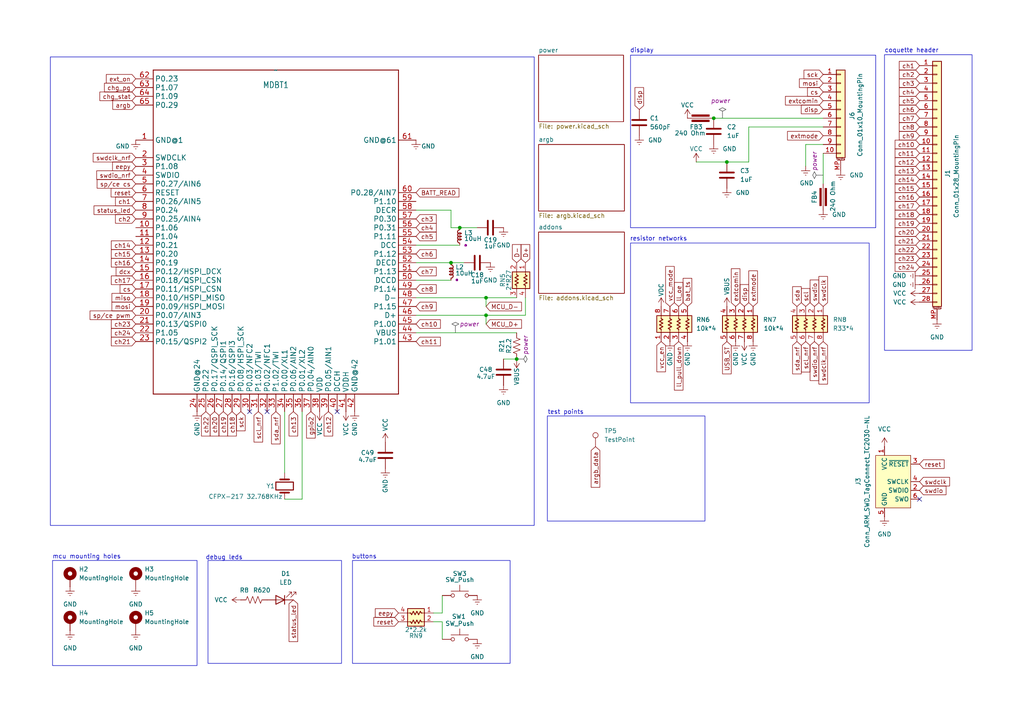
<source format=kicad_sch>
(kicad_sch (version 20250114) (generator "eeschema") (generator_version "9.0")
  (paper "A4")
  (title_block (title "coquette mcu board (mariposa)") (date "2025-02-02") (rev "2.0"))
  (lib_symbols
    (symbol "Connector:Conn_ARM_SWD_TagConnect_TC2030-NL" (in_bom no)
      (property "Reference" "J" (at 2.54 11.43 0))
      (property "Value" "Conn_ARM_SWD_TagConnect_TC2030-NL" (at 2.54 8.89 0))
      (symbol "Conn_ARM_SWD_TagConnect_TC2030-NL_0_0"
        (pin power_in line (at -2.54 10.16 270) (length 2.54) (name "VCC") (number "1"))
        (pin power_in line (at -2.54 -10.16 90) (length 2.54) (name "GND") (number "5"))
        (pin open_collector line (at 7.62 5.08 180) (length 2.54) (name "~{RESET}") (number "3"))
        (pin output line (at 7.62 0 180) (length 2.54) (name "SWCLK") (number "4"))
        (pin bidirectional line (at 7.62 -2.54 180) (length 2.54) (name "SWDIO") (number "2"))
        (pin input line (at 7.62 -5.08 180) (length 2.54) (name "SWO") (number "6"))
      )
    )
    (symbol "Connector:TestPoint" (pin_numbers (hide yes)) (pin_names (offset 0.762) (hide yes))
      (property "Reference" "TP" (at 0 6.858 0))
      (property "Value" "TestPoint" (at 0 5.08 0))
      (symbol "TestPoint_1_1"
        (pin passive line (at 0 0 90) (length 2.54) (name "1") (number "1"))
      )
    )
    (symbol "Connector_Generic_MountingPin:Conn_01x10_MountingPin" (pin_names (offset 1.016) (hide yes))
      (property "Reference" "J" (at 0 12.7 0))
      (property "Value" "Conn_01x10_MountingPin" (at 1.27 -15.24 0))
      (symbol "Conn_01x10_MountingPin_1_1"
        (text "Mounting" (at 0 -14.351 0) (effects (font (size 0.381 0.381))))
        (pin passive line (at -5.08 10.16 0) (length 3.81) (name "Pin_1") (number "1"))
        (pin passive line (at -5.08 7.62 0) (length 3.81) (name "Pin_2") (number "2"))
        (pin passive line (at -5.08 5.08 0) (length 3.81) (name "Pin_3") (number "3"))
        (pin passive line (at -5.08 2.54 0) (length 3.81) (name "Pin_4") (number "4"))
        (pin passive line (at -5.08 0 0) (length 3.81) (name "Pin_5") (number "5"))
        (pin passive line (at -5.08 -2.54 0) (length 3.81) (name "Pin_6") (number "6"))
        (pin passive line (at -5.08 -5.08 0) (length 3.81) (name "Pin_7") (number "7"))
        (pin passive line (at -5.08 -7.62 0) (length 3.81) (name "Pin_8") (number "8"))
        (pin passive line (at -5.08 -10.16 0) (length 3.81) (name "Pin_9") (number "9"))
        (pin passive line (at -5.08 -12.7 0) (length 3.81) (name "Pin_10") (number "10"))
        (pin passive line (at 0 -17.78 90) (length 3.048) (name "MountPin") (number "MP"))
      )
    )
    (symbol "Connector_Generic_MountingPin:Conn_01x28_MountingPin" (pin_names (offset 1.016) (hide yes))
      (property "Reference" "J" (at 0 35.56 0))
      (property "Value" "Conn_01x28_MountingPin" (at 1.27 -38.1 0))
      (symbol "Conn_01x28_MountingPin_1_1"
        (text "Mounting" (at 0 -37.211 0) (effects (font (size 0.381 0.381))))
        (pin passive line (at -5.08 33.02 0) (length 3.81) (name "Pin_1") (number "1"))
        (pin passive line (at -5.08 30.48 0) (length 3.81) (name "Pin_2") (number "2"))
        (pin passive line (at -5.08 27.94 0) (length 3.81) (name "Pin_3") (number "3"))
        (pin passive line (at -5.08 25.4 0) (length 3.81) (name "Pin_4") (number "4"))
        (pin passive line (at -5.08 22.86 0) (length 3.81) (name "Pin_5") (number "5"))
        (pin passive line (at -5.08 20.32 0) (length 3.81) (name "Pin_6") (number "6"))
        (pin passive line (at -5.08 17.78 0) (length 3.81) (name "Pin_7") (number "7"))
        (pin passive line (at -5.08 15.24 0) (length 3.81) (name "Pin_8") (number "8"))
        (pin passive line (at -5.08 12.7 0) (length 3.81) (name "Pin_9") (number "9"))
        (pin passive line (at -5.08 10.16 0) (length 3.81) (name "Pin_10") (number "10"))
        (pin passive line (at -5.08 7.62 0) (length 3.81) (name "Pin_11") (number "11"))
        (pin passive line (at -5.08 5.08 0) (length 3.81) (name "Pin_12") (number "12"))
        (pin passive line (at -5.08 2.54 0) (length 3.81) (name "Pin_13") (number "13"))
        (pin passive line (at -5.08 0 0) (length 3.81) (name "Pin_14") (number "14"))
        (pin passive line (at -5.08 -2.54 0) (length 3.81) (name "Pin_15") (number "15"))
        (pin passive line (at -5.08 -5.08 0) (length 3.81) (name "Pin_16") (number "16"))
        (pin passive line (at -5.08 -7.62 0) (length 3.81) (name "Pin_17") (number "17"))
        (pin passive line (at -5.08 -10.16 0) (length 3.81) (name "Pin_18") (number "18"))
        (pin passive line (at -5.08 -12.7 0) (length 3.81) (name "Pin_19") (number "19"))
        (pin passive line (at -5.08 -15.24 0) (length 3.81) (name "Pin_20") (number "20"))
        (pin passive line (at -5.08 -17.78 0) (length 3.81) (name "Pin_21") (number "21"))
        (pin passive line (at -5.08 -20.32 0) (length 3.81) (name "Pin_22") (number "22"))
        (pin passive line (at -5.08 -22.86 0) (length 3.81) (name "Pin_23") (number "23"))
        (pin passive line (at -5.08 -25.4 0) (length 3.81) (name "Pin_24") (number "24"))
        (pin passive line (at -5.08 -27.94 0) (length 3.81) (name "Pin_25") (number "25"))
        (pin passive line (at -5.08 -30.48 0) (length 3.81) (name "Pin_26") (number "26"))
        (pin passive line (at -5.08 -33.02 0) (length 3.81) (name "Pin_27") (number "27"))
        (pin passive line (at -5.08 -35.56 0) (length 3.81) (name "Pin_28") (number "28"))
        (pin passive line (at 0 -40.64 90) (length 3.048) (name "MountPin") (number "MP"))
      )
    )
    (symbol "Device:C" (pin_numbers (hide yes)) (pin_names (offset 0.254))
      (property "Reference" "C" (at 0.635 2.54 0))
      (property "Value" "C" (at 0.635 -2.54 0))
      (symbol "C_1_1"
        (pin passive line (at 0 3.81 270) (length 2.794) (name "~") (number "1"))
        (pin passive line (at 0 -3.81 90) (length 2.794) (name "~") (number "2"))
      )
    )
    (symbol "Device:Crystal" (pin_numbers (hide yes)) (pin_names (offset 1.016) (hide yes))
      (property "Reference" "Y" (at 0 3.81 0))
      (property "Value" "Crystal" (at 0 -3.81 0))
      (symbol "Crystal_1_1"
        (pin passive line (at -3.81 0 0) (length 1.27) (name "1") (number "1"))
        (pin passive line (at 3.81 0 180) (length 1.27) (name "2") (number "2"))
      )
    )
    (symbol "Device:LED" (pin_numbers (hide yes)) (pin_names (offset 1.016) (hide yes))
      (property "Reference" "D" (at 0 2.54 0))
      (property "Value" "LED" (at 0 -2.54 0))
      (symbol "LED_1_1"
        (pin passive line (at -3.81 0 0) (length 2.54) (name "K") (number "1"))
        (pin passive line (at 3.81 0 180) (length 2.54) (name "A") (number "2"))
      )
    )
    (symbol "Device:R_US" (pin_numbers (hide yes)) (pin_names (offset 0))
      (property "Reference" "R" (at 2.54 0 90))
      (property "Value" "R_US" (at -2.54 0 90))
      (symbol "R_US_1_1"
        (pin passive line (at 0 3.81 270) (length 1.27) (name "~") (number "1"))
        (pin passive line (at 0 -3.81 90) (length 1.27) (name "~") (number "2"))
      )
    )
    (symbol "Mechanical:MountingHole_Pad" (pin_numbers (hide yes)) (pin_names (offset 1.016) (hide yes)) (exclude_from_sim yes) (in_bom no)
      (property "Reference" "H" (at 0 6.35 0))
      (property "Value" "MountingHole_Pad" (at 0 4.445 0))
      (symbol "MountingHole_Pad_1_1"
        (pin input line (at 0 -2.54 90) (length 2.54) (name "1") (number "1"))
      )
    )
    (symbol "PCM_Device_AKL:Ferrite_Bead" (pin_numbers (hide yes)) (pin_names (offset 0))
      (property "Reference" "FB" (at 0 4.572 0))
      (property "Value" "Ferrite_Bead" (at 0 3.175 0))
      (symbol "Ferrite_Bead_1_1"
        (pin passive line (at -3.81 0 0) (length 1.27) (name "~") (number "1"))
        (pin passive line (at 3.81 0 180) (length 1.27) (name "~") (number "2"))
      )
    )
    (symbol "PCM_Generic-50:L,IEEE" (pin_numbers (hide yes)) (pin_names (offset 0) (hide yes))
      (property "Reference" "L" (at 1.27 1.27 0))
      (property "Value" "L,IEEE" (at 1.27 -1.27 0))
      (property "Indicator" "●" (at -0.635 1.905 0))
      (symbol "L,IEEE_1_1"
        (pin passive line (at 0 2.54 270) (length 0.6096) (name "+") (number "1"))
        (pin passive line (at 0 -2.54 90) (length 0.6096) (name "-") (number "2"))
      )
    )
    (symbol "PCM_Resistor_US_AKL:R_2x0402_Convex" (pin_names (offset 0.002) (hide yes))
      (property "Reference" "RN" (at 2.54 1.27 0))
      (property "Value" "R_2x0402_Convex" (at 2.54 -1.27 0))
      (symbol "R_2x0402_Convex_1_1"
        (pin passive line (at -2.54 5.08 270) (length 2.54) (name "R1.2") (number "4"))
        (pin passive line (at -2.54 -5.08 90) (length 2.54) (name "R1.1") (number "1"))
        (pin passive line (at 0 5.08 270) (length 2.54) (name "R2.2") (number "3"))
        (pin passive line (at 0 -5.08 90) (length 2.54) (name "R2.1") (number "2"))
      )
    )
    (symbol "PCM_Resistor_US_AKL:R_4x0603_Convex" (pin_names (offset 0.002) (hide yes))
      (property "Reference" "RN" (at 5.08 1.27 0))
      (property "Value" "R_4x0603_Convex" (at 5.08 -1.27 0))
      (symbol "R_4x0603_Convex_1_1"
        (pin passive line (at -5.08 5.08 270) (length 2.54) (name "R1.2") (number "8"))
        (pin passive line (at -5.08 -5.08 90) (length 2.54) (name "R1.1") (number "1"))
        (pin passive line (at -2.54 5.08 270) (length 2.54) (name "R2.2") (number "7"))
        (pin passive line (at -2.54 -5.08 90) (length 2.54) (name "R2.1") (number "2"))
        (pin passive line (at 0 5.08 270) (length 2.54) (name "R3.2") (number "6"))
        (pin passive line (at 0 -5.08 90) (length 2.54) (name "R3.1") (number "3"))
        (pin passive line (at 2.54 5.08 270) (length 2.54) (name "R4.2") (number "5"))
        (pin passive line (at 2.54 -5.08 90) (length 2.54) (name "R4.1") (number "4"))
      )
    )
    (symbol "Switch:SW_Push" (pin_numbers (hide yes)) (pin_names (offset 1.016) (hide yes))
      (property "Reference" "SW" (at 1.27 2.54 0))
      (property "Value" "SW_Push" (at 0 -1.524 0))
      (symbol "SW_Push_0_1"
        (pin passive line (at -5.08 0 0) (length 2.54) (name "1") (number "1"))
        (pin passive line (at 5.08 0 180) (length 2.54) (name "2") (number "2"))
      )
    )
    (symbol "coquette_symbols:MDBT53"
      (property "Reference" "MDBT53" (at -35.56 45.72 0))
      (symbol "MDBT53_1_0"
        (pin bidirectional line (at -40.64 40.64 0) (length 5.08) (name "P0.23") (number "62"))
        (pin bidirectional line (at -40.64 38.1 0) (length 5.08) (name "P1.07") (number "63"))
        (pin bidirectional line (at -40.64 35.56 0) (length 5.08) (name "P1.09") (number "64"))
        (pin bidirectional line (at -40.64 33.02 0) (length 5.08) (name "P0.29") (number "65"))
        (pin bidirectional line (at -40.64 22.86 0) (length 5.08) (name "GND@1") (number "1"))
        (pin bidirectional line (at -40.64 17.78 0) (length 5.08) (name "SWDCLK") (number "2"))
        (pin bidirectional line (at -40.64 15.24 0) (length 5.08) (name "P1.08") (number "3"))
        (pin bidirectional line (at -40.64 12.7 0) (length 5.08) (name "SWDIO") (number "4"))
        (pin bidirectional line (at -40.64 10.16 0) (length 5.08) (name "P0.27/AIN6") (number "5"))
        (pin bidirectional line (at -40.64 7.62 0) (length 5.08) (name "RESET") (number "6"))
        (pin bidirectional line (at -40.64 5.08 0) (length 5.08) (name "P0.26/AIN5") (number "7"))
        (pin bidirectional line (at -40.64 2.54 0) (length 5.08) (name "P0.24") (number "8"))
        (pin bidirectional line (at -40.64 0 0) (length 5.08) (name "P0.25/AIN4") (number "9"))
        (pin bidirectional line (at -40.64 -2.54 0) (length 5.08) (name "P1.06") (number "10"))
        (pin bidirectional line (at -40.64 -5.08 0) (length 5.08) (name "P1.04") (number "11"))
        (pin bidirectional line (at -40.64 -7.62 0) (length 5.08) (name "P0.21") (number "12"))
        (pin bidirectional line (at -40.64 -10.16 0) (length 5.08) (name "P0.20") (number "13"))
        (pin bidirectional line (at -40.64 -12.7 0) (length 5.08) (name "P0.19") (number "14"))
        (pin bidirectional line (at -40.64 -15.24 0) (length 5.08) (name "P0.12/HSPI_DCX") (number "15"))
        (pin bidirectional line (at -40.64 -17.78 0) (length 5.08) (name "P0.18/QSPI_CSN") (number "16"))
        (pin bidirectional line (at -40.64 -20.32 0) (length 5.08) (name "P0.11/HSPI_CSN") (number "17"))
        (pin bidirectional line (at -40.64 -22.86 0) (length 5.08) (name "P0.10/HSPI_MISO") (number "18"))
        (pin bidirectional line (at -40.64 -25.4 0) (length 5.08) (name "P0.09/HSPI_MOSI") (number "19"))
        (pin bidirectional line (at -40.64 -27.94 0) (length 5.08) (name "P0.07/AIN3") (number "20"))
        (pin bidirectional line (at -40.64 -30.48 0) (length 5.08) (name "P0.13/QSPI0") (number "21"))
        (pin bidirectional line (at -40.64 -33.02 0) (length 5.08) (name "P1.05") (number "22"))
        (pin bidirectional line (at -40.64 -35.56 0) (length 5.08) (name "P0.15/QSPI2") (number "23"))
        (pin bidirectional line (at -22.86 -55.88 90) (length 5.08) (name "GND@24") (number "24"))
        (pin bidirectional line (at -20.32 -55.88 90) (length 5.08) (name "P0.22") (number "25"))
        (pin bidirectional line (at -17.78 -55.88 90) (length 5.08) (name "P0.17/QSPI_SCK") (number "26"))
        (pin bidirectional line (at -15.24 -55.88 90) (length 5.08) (name "P0.14/QSPI1") (number "27"))
        (pin bidirectional line (at -12.7 -55.88 90) (length 5.08) (name "P0.16/QSPI3") (number "28"))
        (pin bidirectional line (at -10.16 -55.88 90) (length 5.08) (name "P0.08/HSPI_SCK") (number "29"))
        (pin bidirectional line (at -7.62 -55.88 90) (length 5.08) (name "P0.03/NFC2") (number "30"))
        (pin bidirectional line (at -5.08 -55.88 90) (length 5.08) (name "P1.03/TWI") (number "31"))
        (pin bidirectional line (at -2.54 -55.88 90) (length 5.08) (name "P0.02/NFC1") (number "32"))
        (pin bidirectional line (at 0 -55.88 90) (length 5.08) (name "P1.02/TWI") (number "33"))
        (pin bidirectional line (at 2.54 -55.88 90) (length 5.08) (name "P0.00/XL1") (number "34"))
        (pin bidirectional line (at 5.08 -55.88 90) (length 5.08) (name "P0.06/AIN2") (number "35"))
        (pin bidirectional line (at 7.62 -55.88 90) (length 5.08) (name "P0.01/XL2") (number "36"))
        (pin bidirectional line (at 10.16 -55.88 90) (length 5.08) (name "P0.04/AIN0") (number "37"))
        (pin bidirectional line (at 12.7 -55.88 90) (length 5.08) (name "VDD") (number "38"))
        (pin bidirectional line (at 15.24 -55.88 90) (length 5.08) (name "P0.05/AIN1") (number "39"))
        (pin bidirectional line (at 17.78 -55.88 90) (length 5.08) (name "DCCH") (number "40"))
        (pin bidirectional line (at 20.32 -55.88 90) (length 5.08) (name "VDDH") (number "41"))
        (pin bidirectional line (at 22.86 -55.88 90) (length 5.08) (name "GND@42") (number "42"))
        (pin bidirectional line (at 40.64 22.86 180) (length 5.08) (name "GND@61") (number "61"))
        (pin bidirectional line (at 40.64 7.62 180) (length 5.08) (name "P0.28/AIN7") (number "60"))
        (pin bidirectional line (at 40.64 5.08 180) (length 5.08) (name "P1.10") (number "59"))
        (pin bidirectional line (at 40.64 2.54 180) (length 5.08) (name "DECR") (number "58"))
        (pin bidirectional line (at 40.64 0 180) (length 5.08) (name "P0.30") (number "57"))
        (pin bidirectional line (at 40.64 -2.54 180) (length 5.08) (name "P0.31") (number "56"))
        (pin bidirectional line (at 40.64 -5.08 180) (length 5.08) (name "P1.11") (number "55"))
        (pin bidirectional line (at 40.64 -7.62 180) (length 5.08) (name "DCC") (number "54"))
        (pin bidirectional line (at 40.64 -10.16 180) (length 5.08) (name "P1.12") (number "53"))
        (pin bidirectional line (at 40.64 -12.7 180) (length 5.08) (name "DECD") (number "52"))
        (pin bidirectional line (at 40.64 -15.24 180) (length 5.08) (name "P1.13") (number "51"))
        (pin bidirectional line (at 40.64 -17.78 180) (length 5.08) (name "DCCD") (number "50"))
        (pin bidirectional line (at 40.64 -20.32 180) (length 5.08) (name "P1.14") (number "49"))
        (pin bidirectional line (at 40.64 -22.86 180) (length 5.08) (name "D-") (number "48"))
        (pin bidirectional line (at 40.64 -25.4 180) (length 5.08) (name "P1.15") (number "47"))
        (pin bidirectional line (at 40.64 -27.94 180) (length 5.08) (name "D+") (number "46"))
        (pin bidirectional line (at 40.64 -30.48 180) (length 5.08) (name "P1.00") (number "45"))
        (pin bidirectional line (at 40.64 -33.02 180) (length 5.08) (name "VBUS") (number "44"))
        (pin bidirectional line (at 40.64 -35.56 180) (length 5.08) (name "P1.01") (number "43"))
      )
    )
    (symbol "power:Earth" (power) (pin_numbers (hide yes)) (pin_names (offset 0) (hide yes))
      (property "Value" "Earth" (at 0 -3.81 0))
      (symbol "Earth_1_1"
        (pin power_in line (at 0 0 270) (length 0) (name "~") (number "1"))
      )
    )
    (symbol "power:VBUS" (power) (pin_numbers (hide yes)) (pin_names (offset 0) (hide yes))
      (property "Value" "VBUS" (at 0 3.556 0))
      (symbol "VBUS_1_1"
        (pin power_in line (at 0 0 90) (length 0) (name "~") (number "1"))
      )
    )
    (symbol "power:VCC" (power) (pin_numbers (hide yes)) (pin_names (offset 0) (hide yes))
      (property "Value" "VCC" (at 0 3.556 0))
      (symbol "VCC_1_1"
        (pin power_in line (at 0 0 90) (length 0) (name "~") (number "1"))
      )
    )
    (symbol "power:VDC" (power) (pin_numbers (hide yes)) (pin_names (offset 0) (hide yes))
      (property "Value" "VDC" (at 0 3.556 0))
      (symbol "VDC_1_1"
        (pin power_in line (at 0 0 90) (length 0) (name "~") (number "1"))
      )
    )
  )
  (rectangle (start 102.235 162.56) (end 147.955 192.405))
  (rectangle (start 256.54 15.875) (end 281.94 101.6))
  (rectangle (start 60.325 162.56) (end 99.06 192.405))
  (rectangle (start 15.24 162.56) (end 57.15 193.04))
  (rectangle (start 182.88 16.002) (end 254 66.04))
  (rectangle (start 14.605 16.51) (end 154.94 152.4))
  (rectangle (start 158.75 120.65) (end 204.47 151.13))
  (rectangle (start 182.88 70.485) (end 252.095 116.84))
  (text "buttons" (at 105.664 161.544 0) (effects (font (size 1.27 1.27))))
  (text "test points" (at 164.084 119.634 0) (effects (font (size 1.27 1.27))))
  (text "display" (at 186.182 14.732 0) (effects (font (size 1.27 1.27))))
  (text "coquette header" (at 264.414 14.732 0) (effects (font (size 1.27 1.27))))
  (text "mcu mounting holes" (at 25.146 161.544 0) (effects (font (size 1.27 1.27))))
  (text "debug leds" (at 65.024 161.798 0) (effects (font (size 1.27 1.27))))
  (text "resistor networks" (at 191.008 69.342 0) (effects (font (size 1.27 1.27))))
  (junction (at 130.81 76.2))
  (junction (at 140.97 91.44))
  (junction (at 210.82 46.99))
  (junction (at 133.35 66.04))
  (junction (at 207.01 34.29))
  (junction (at 149.86 104.14))
  (junction (at 140.97 86.36))
  (no_connect (at 97.79 119.38))
  (no_connect (at 77.47 119.38))
  (no_connect (at 72.39 119.38))
  (no_connect (at 266.7 144.78))
  (wire (pts (xy 133.35 66.04) (xy 138.43 66.04)))
  (wire (pts (xy 146.05 104.14) (xy 149.86 104.14)))
  (wire (pts (xy 140.97 86.36) (xy 140.97 88.9)))
  (wire (pts (xy 152.4 91.44) (xy 140.97 91.44)))
  (wire (pts (xy 87.63 119.38) (xy 87.63 144.78)))
  (wire (pts (xy 128.27 180.34) (xy 128.27 185.42)))
  (wire (pts (xy 128.27 177.8) (xy 128.27 172.72)))
  (wire (pts (xy 120.65 60.96) (xy 130.81 60.96)))
  (wire (pts (xy 120.65 81.28) (xy 130.81 81.28)))
  (wire (pts (xy 82.55 119.38) (xy 82.55 137.16)))
  (wire (pts (xy 210.82 46.99) (xy 201.93 46.99)))
  (wire (pts (xy 207.01 34.29) (xy 238.76 34.29)))
  (wire (pts (xy 152.4 86.36) (xy 152.4 91.44)))
  (wire (pts (xy 120.65 76.2) (xy 130.81 76.2)))
  (wire (pts (xy 140.97 91.44) (xy 120.65 91.44)))
  (wire (pts (xy 140.97 91.44) (xy 140.97 93.98)))
  (wire (pts (xy 130.81 76.2) (xy 134.62 76.2)))
  (wire (pts (xy 87.63 144.78) (xy 82.55 144.78)))
  (wire (pts (xy 140.97 86.36) (xy 149.86 86.36)))
  (wire (pts (xy 120.65 86.36) (xy 140.97 86.36)))
  (wire (pts (xy 120.65 71.12) (xy 133.35 71.12)))
  (wire (pts (xy 120.65 96.52) (xy 149.86 96.52)))
  (wire (pts (xy 130.81 60.96) (xy 130.81 66.04)))
  (wire (pts (xy 238.76 36.83) (xy 217.17 36.83)))
  (wire (pts (xy 217.17 36.83) (xy 217.17 46.99)))
  (wire (pts (xy 238.76 44.45) (xy 238.76 53.34)))
  (wire (pts (xy 125.73 180.34) (xy 128.27 180.34)))
  (wire (pts (xy 130.81 66.04) (xy 133.35 66.04)))
  (wire (pts (xy 238.76 41.91) (xy 233.68 41.91)))
  (wire (pts (xy 233.68 41.91) (xy 233.68 48.26)))
  (wire (pts (xy 217.17 46.99) (xy 210.82 46.99)))
  (wire (pts (xy 125.73 177.8) (xy 128.27 177.8)))
  (global_label "ch16" (shape input) (at 39.37 76.2 180) (property "Intersheetrefs" "${INTERSHEET_REFS}" (effects (hide yes))))
  (global_label "D+" (shape input) (at 152.4 76.2 90) (property "Intersheetrefs" "${INTERSHEET_REFS}" (effects (hide yes))))
  (global_label "ch9" (shape input) (at 266.7 39.37 180) (property "Intersheetrefs" "${INTERSHEET_REFS}" (effects (hide yes))))
  (global_label "ll_oe" (shape input) (at 196.85 88.9 90) (property "Intersheetrefs" "${INTERSHEET_REFS}" (effects (hide yes))))
  (global_label "vcc_en" (shape input) (at 191.77 99.06 270) (property "Intersheetrefs" "${INTERSHEET_REFS}" (effects (hide yes))))
  (global_label "disp" (shape input) (at 185.42 31.75 90) (property "Intersheetrefs" "${INTERSHEET_REFS}" (effects (hide yes))))
  (global_label "chg_pg" (shape input) (at 39.37 25.4 180) (property "Intersheetrefs" "${INTERSHEET_REFS}" (effects (hide yes))))
  (global_label "ch13" (shape input) (at 85.09 119.38 270) (property "Intersheetrefs" "${INTERSHEET_REFS}" (effects (hide yes))))
  (global_label "extcomin" (shape input) (at 213.36 88.9 90) (property "Intersheetrefs" "${INTERSHEET_REFS}" (effects (hide yes))))
  (global_label "ch15" (shape input) (at 39.37 73.66 180) (property "Intersheetrefs" "${INTERSHEET_REFS}" (effects (hide yes))))
  (global_label "ch18" (shape input) (at 67.31 119.38 270) (property "Intersheetrefs" "${INTERSHEET_REFS}" (effects (hide yes))))
  (global_label "swdio_nrf" (shape input) (at 236.22 99.06 270) (property "Intersheetrefs" "${INTERSHEET_REFS}" (effects (hide yes))))
  (global_label "sp{slash}ce pwm" (shape input) (at 39.37 91.44 180) (property "Intersheetrefs" "${INTERSHEET_REFS}" (effects (hide yes))))
  (global_label "ch14" (shape input) (at 266.7 52.07 180) (property "Intersheetrefs" "${INTERSHEET_REFS}" (effects (hide yes))))
  (global_label "ch12" (shape input) (at 95.25 119.38 270) (property "Intersheetrefs" "${INTERSHEET_REFS}" (effects (hide yes))))
  (global_label "ch24" (shape input) (at 266.7 77.47 180) (property "Intersheetrefs" "${INTERSHEET_REFS}" (effects (hide yes))))
  (global_label "ch22" (shape input) (at 266.7 72.39 180) (property "Intersheetrefs" "${INTERSHEET_REFS}" (effects (hide yes))))
  (global_label "ll_pull_down" (shape input) (at 196.85 99.06 270) (property "Intersheetrefs" "${INTERSHEET_REFS}" (effects (hide yes))))
  (global_label "swdclk_nrf" (shape input) (at 238.76 99.06 270) (property "Intersheetrefs" "${INTERSHEET_REFS}" (effects (hide yes))))
  (global_label "ch2" (shape input) (at 39.37 63.5 180) (property "Intersheetrefs" "${INTERSHEET_REFS}" (effects (hide yes))))
  (global_label "ch23" (shape input) (at 39.37 93.98 180) (property "Intersheetrefs" "${INTERSHEET_REFS}" (effects (hide yes))))
  (global_label "ch9" (shape input) (at 120.65 88.9 0) (property "Intersheetrefs" "${INTERSHEET_REFS}" (effects (hide yes))))
  (global_label "ch16" (shape input) (at 266.7 57.15 180) (property "Intersheetrefs" "${INTERSHEET_REFS}" (effects (hide yes))))
  (global_label "ch15" (shape input) (at 266.7 54.61 180) (property "Intersheetrefs" "${INTERSHEET_REFS}" (effects (hide yes))))
  (global_label "ch17" (shape input) (at 39.37 81.28 180) (property "Intersheetrefs" "${INTERSHEET_REFS}" (effects (hide yes))))
  (global_label "extmode" (shape input) (at 218.44 88.9 90) (property "Intersheetrefs" "${INTERSHEET_REFS}" (effects (hide yes))))
  (global_label "sda" (shape input) (at 231.14 88.9 90) (property "Intersheetrefs" "${INTERSHEET_REFS}" (effects (hide yes))))
  (global_label "ch1" (shape input) (at 266.7 19.05 180) (property "Intersheetrefs" "${INTERSHEET_REFS}" (effects (hide yes))))
  (global_label "swdio_nrf" (shape input) (at 39.37 50.8 180) (property "Intersheetrefs" "${INTERSHEET_REFS}" (effects (hide yes))))
  (global_label "vcc_mode" (shape input) (at 194.31 88.9 90) (property "Intersheetrefs" "${INTERSHEET_REFS}" (effects (hide yes))))
  (global_label "ch21" (shape input) (at 266.7 69.85 180) (property "Intersheetrefs" "${INTERSHEET_REFS}" (effects (hide yes))))
  (global_label "sck" (shape input) (at 69.85 119.38 270) (property "Intersheetrefs" "${INTERSHEET_REFS}" (effects (hide yes))))
  (global_label "swdio" (shape input) (at 266.7 142.24 0) (property "Intersheetrefs" "${INTERSHEET_REFS}" (effects (hide yes))))
  (global_label "BATT_READ" (shape input) (at 120.65 55.88 0) (property "Intersheetrefs" "${INTERSHEET_REFS}" (effects (hide yes))))
  (global_label "scl_nrf" (shape input) (at 233.68 99.06 270) (property "Intersheetrefs" "${INTERSHEET_REFS}" (effects (hide yes))))
  (global_label "MCU_D+" (shape input) (at 140.97 93.98 0) (property "Intersheetrefs" "${INTERSHEET_REFS}" (effects (hide yes))))
  (global_label "ch11" (shape input) (at 266.7 44.45 180) (property "Intersheetrefs" "${INTERSHEET_REFS}" (effects (hide yes))))
  (global_label "ch7" (shape input) (at 266.7 34.29 180) (property "Intersheetrefs" "${INTERSHEET_REFS}" (effects (hide yes))))
  (global_label "sck" (shape input) (at 238.76 21.59 180) (property "Intersheetrefs" "${INTERSHEET_REFS}" (effects (hide yes))))
  (global_label "sda_nrf" (shape input) (at 80.01 119.38 270) (property "Intersheetrefs" "${INTERSHEET_REFS}" (effects (hide yes))))
  (global_label "ch19" (shape input) (at 64.77 119.38 270) (property "Intersheetrefs" "${INTERSHEET_REFS}" (effects (hide yes))))
  (global_label "ch18" (shape input) (at 266.7 62.23 180) (property "Intersheetrefs" "${INTERSHEET_REFS}" (effects (hide yes))))
  (global_label "ch10" (shape input) (at 266.7 41.91 180) (property "Intersheetrefs" "${INTERSHEET_REFS}" (effects (hide yes))))
  (global_label "ch8" (shape input) (at 120.65 83.82 0) (property "Intersheetrefs" "${INTERSHEET_REFS}" (effects (hide yes))))
  (global_label "ch3" (shape input) (at 266.7 24.13 180) (property "Intersheetrefs" "${INTERSHEET_REFS}" (effects (hide yes))))
  (global_label "D-" (shape input) (at 149.86 76.2 90) (property "Intersheetrefs" "${INTERSHEET_REFS}" (effects (hide yes))))
  (global_label "ch13" (shape input) (at 266.7 49.53 180) (property "Intersheetrefs" "${INTERSHEET_REFS}" (effects (hide yes))))
  (global_label "ch20" (shape input) (at 62.23 119.38 270) (property "Intersheetrefs" "${INTERSHEET_REFS}" (effects (hide yes))))
  (global_label "ch6" (shape input) (at 266.7 31.75 180) (property "Intersheetrefs" "${INTERSHEET_REFS}" (effects (hide yes))))
  (global_label "sp{slash}ce cs" (shape input) (at 39.37 53.34 180) (property "Intersheetrefs" "${INTERSHEET_REFS}" (effects (hide yes))))
  (global_label "cs" (shape input) (at 39.37 83.82 180) (property "Intersheetrefs" "${INTERSHEET_REFS}" (effects (hide yes))))
  (global_label "sda_nrf" (shape input) (at 231.14 99.06 270) (property "Intersheetrefs" "${INTERSHEET_REFS}" (effects (hide yes))))
  (global_label "ch8" (shape input) (at 266.7 36.83 180) (property "Intersheetrefs" "${INTERSHEET_REFS}" (effects (hide yes))))
  (global_label "ch12" (shape input) (at 266.7 46.99 180) (property "Intersheetrefs" "${INTERSHEET_REFS}" (effects (hide yes))))
  (global_label "ch21" (shape input) (at 39.37 99.06 180) (property "Intersheetrefs" "${INTERSHEET_REFS}" (effects (hide yes))))
  (global_label "ch5" (shape input) (at 266.7 29.21 180) (property "Intersheetrefs" "${INTERSHEET_REFS}" (effects (hide yes))))
  (global_label "ch3" (shape input) (at 120.65 63.5 0) (property "Intersheetrefs" "${INTERSHEET_REFS}" (effects (hide yes))))
  (global_label "reset" (shape input) (at 115.57 180.34 180) (property "Intersheetrefs" "${INTERSHEET_REFS}" (effects (hide yes))))
  (global_label "mosi" (shape input) (at 39.37 88.9 180) (property "Intersheetrefs" "${INTERSHEET_REFS}" (effects (hide yes))))
  (global_label "USB_ST" (shape input) (at 210.82 99.06 270) (property "Intersheetrefs" "${INTERSHEET_REFS}" (effects (hide yes))))
  (global_label "swdclk_nrf" (shape input) (at 39.37 45.72 180) (property "Intersheetrefs" "${INTERSHEET_REFS}" (effects (hide yes))))
  (global_label "bat_ts" (shape input) (at 199.39 88.9 90) (property "Intersheetrefs" "${INTERSHEET_REFS}" (effects (hide yes))))
  (global_label "ch5" (shape input) (at 120.65 68.58 0) (property "Intersheetrefs" "${INTERSHEET_REFS}" (effects (hide yes))))
  (global_label "ch14" (shape input) (at 39.37 71.12 180) (property "Intersheetrefs" "${INTERSHEET_REFS}" (effects (hide yes))))
  (global_label "ch2" (shape input) (at 266.7 21.59 180) (property "Intersheetrefs" "${INTERSHEET_REFS}" (effects (hide yes))))
  (global_label "ch4" (shape input) (at 266.7 26.67 180) (property "Intersheetrefs" "${INTERSHEET_REFS}" (effects (hide yes))))
  (global_label "swdio" (shape input) (at 236.22 88.9 90) (property "Intersheetrefs" "${INTERSHEET_REFS}" (effects (hide yes))))
  (global_label "cs" (shape input) (at 238.76 26.67 180) (property "Intersheetrefs" "${INTERSHEET_REFS}" (effects (hide yes))))
  (global_label "ch6" (shape input) (at 120.65 73.66 0) (property "Intersheetrefs" "${INTERSHEET_REFS}" (effects (hide yes))))
  (global_label "eepy" (shape input) (at 39.37 48.26 180) (property "Intersheetrefs" "${INTERSHEET_REFS}" (effects (hide yes))))
  (global_label "reset" (shape input) (at 266.7 134.62 0) (property "Intersheetrefs" "${INTERSHEET_REFS}" (effects (hide yes))))
  (global_label "ch17" (shape input) (at 266.7 59.69 180) (property "Intersheetrefs" "${INTERSHEET_REFS}" (effects (hide yes))))
  (global_label "reset" (shape input) (at 39.37 55.88 180) (property "Intersheetrefs" "${INTERSHEET_REFS}" (effects (hide yes))))
  (global_label "disp" (shape input) (at 238.76 31.75 180) (property "Intersheetrefs" "${INTERSHEET_REFS}" (effects (hide yes))))
  (global_label "disp" (shape input) (at 215.9 88.9 90) (property "Intersheetrefs" "${INTERSHEET_REFS}" (effects (hide yes))))
  (global_label "swdclk" (shape input) (at 266.7 139.7 0) (property "Intersheetrefs" "${INTERSHEET_REFS}" (effects (hide yes))))
  (global_label "extcomin" (shape input) (at 238.76 29.21 180) (property "Intersheetrefs" "${INTERSHEET_REFS}" (effects (hide yes))))
  (global_label "ch10" (shape input) (at 120.65 93.98 0) (property "Intersheetrefs" "${INTERSHEET_REFS}" (effects (hide yes))))
  (global_label "status_led" (shape input) (at 85.09 173.99 270) (property "Intersheetrefs" "${INTERSHEET_REFS}" (effects (hide yes))))
  (global_label "extmode" (shape input) (at 238.76 39.37 180) (property "Intersheetrefs" "${INTERSHEET_REFS}" (effects (hide yes))))
  (global_label "ch1" (shape input) (at 39.37 58.42 180) (property "Intersheetrefs" "${INTERSHEET_REFS}" (effects (hide yes))))
  (global_label "ch22" (shape input) (at 59.69 119.38 270) (property "Intersheetrefs" "${INTERSHEET_REFS}" (effects (hide yes))))
  (global_label "miso" (shape input) (at 39.37 86.36 180) (property "Intersheetrefs" "${INTERSHEET_REFS}" (effects (hide yes))))
  (global_label "ch24" (shape input) (at 39.37 96.52 180) (property "Intersheetrefs" "${INTERSHEET_REFS}" (effects (hide yes))))
  (global_label "ch11" (shape input) (at 120.65 99.06 0) (property "Intersheetrefs" "${INTERSHEET_REFS}" (effects (hide yes))))
  (global_label "gpio2" (shape input) (at 90.17 119.38 270) (property "Intersheetrefs" "${INTERSHEET_REFS}" (effects (hide yes))))
  (global_label "ch20" (shape input) (at 266.7 67.31 180) (property "Intersheetrefs" "${INTERSHEET_REFS}" (effects (hide yes))))
  (global_label "argb_data" (shape input) (at 172.72 129.54 270) (property "Intersheetrefs" "${INTERSHEET_REFS}" (effects (hide yes))))
  (global_label "ext_on" (shape input) (at 39.37 22.86 180) (property "Intersheetrefs" "${INTERSHEET_REFS}" (effects (hide yes))))
  (global_label "eepy" (shape input) (at 115.57 177.8 180) (property "Intersheetrefs" "${INTERSHEET_REFS}" (effects (hide yes))))
  (global_label "ch4" (shape input) (at 120.65 66.04 0) (property "Intersheetrefs" "${INTERSHEET_REFS}" (effects (hide yes))))
  (global_label "MCU_D-" (shape input) (at 140.97 88.9 0) (property "Intersheetrefs" "${INTERSHEET_REFS}" (effects (hide yes))))
  (global_label "chg_stat" (shape input) (at 39.37 27.94 180) (property "Intersheetrefs" "${INTERSHEET_REFS}" (effects (hide yes))))
  (global_label "status_led" (shape input) (at 39.37 60.96 180) (property "Intersheetrefs" "${INTERSHEET_REFS}" (effects (hide yes))))
  (global_label "dcx" (shape input) (at 39.37 78.74 180) (property "Intersheetrefs" "${INTERSHEET_REFS}" (effects (hide yes))))
  (global_label "argb" (shape input) (at 39.37 30.48 180) (property "Intersheetrefs" "${INTERSHEET_REFS}" (effects (hide yes))))
  (global_label "ch19" (shape input) (at 266.7 64.77 180) (property "Intersheetrefs" "${INTERSHEET_REFS}" (effects (hide yes))))
  (global_label "ch7" (shape input) (at 120.65 78.74 0) (property "Intersheetrefs" "${INTERSHEET_REFS}" (effects (hide yes))))
  (global_label "swdclk" (shape input) (at 238.76 88.9 90) (property "Intersheetrefs" "${INTERSHEET_REFS}" (effects (hide yes))))
  (global_label "mosi" (shape input) (at 238.76 24.13 180) (property "Intersheetrefs" "${INTERSHEET_REFS}" (effects (hide yes))))
  (global_label "scl_nrf" (shape input) (at 74.93 119.38 270) (property "Intersheetrefs" "${INTERSHEET_REFS}" (effects (hide yes))))
  (global_label "ch23" (shape input) (at 266.7 74.93 180) (property "Intersheetrefs" "${INTERSHEET_REFS}" (effects (hide yes))))
  (global_label "scl" (shape input) (at 233.68 88.9 90) (property "Intersheetrefs" "${INTERSHEET_REFS}" (effects (hide yes))))
  (netclass_flag "" (length 2.54) (shape diamond) (at 209.55 34.29 0) (property "Netclass" "power" (at 211.836 29.21 0) (effects (font (italic yes)) (justify right))))
  (netclass_flag "" (length 2.54) (shape diamond) (at 132.08 96.52 0) (property "Netclass" "power" (at 133.2865 93.98 0) (effects (font (italic yes)) (justify left))))
  (netclass_flag "" (length 2.54) (shape diamond) (at 238.76 50.8 90) (property "Netclass" "power" (at 236.22 49.5935 90) (effects (font (italic yes)) (justify left))))
  (netclass_flag "" (length 2.54) (shape diamond) (at 149.86 104.14 270) (property "Netclass" "power" (at 152.4 102.9335 90) (effects (font (italic yes)) (justify left))))
  (symbol (lib_id "Switch:SW_Push") (at 133.35 172.72 0) (unit 1)
    (property "Reference" "SW3" (at 133.35 166.37 0))
    (property "Value" "SW_Push" (at 133.35 168.148 0))
    (property "Footprint" "coquette_footprints:G-Switch GT-TC041B-H036-L1N" (effects (hide yes)))
    (property "Description" "Push button switch, generic, two pins" (effects (hide yes)))
  )
  (symbol (lib_id "power:Earth") (at 256.54 149.86 0) (unit 1)
    (property "Reference" "#PWR054" (effects (hide yes)))
    (property "Value" "GND" (at 256.54 154.94 0))
    (property "Description" "Power symbol creates a global label with name \"Earth\"" (effects (hide yes)))
  )
  (symbol (lib_id "PCM_Resistor_US_AKL:R_2x0402_Convex") (at 149.86 81.28 180) (unit 1)
    (property "Reference" "RN5" (at 145.796 81.28 90))
    (property "Value" "2*R27" (at 147.574 81.28 90))
    (property "Footprint" "Resistor_SMD:R_Array_Convex_2x0603" (effects (hide yes)))
    (property "Description" "2x0603 SMD Resistor Network, Isolated, US Symbol, Alternate KiCad Library" (effects (hide yes)))
  )
  (symbol (lib_id "power:VCC") (at 256.54 129.54 0) (unit 1)
    (property "Reference" "#PWR07" (effects (hide yes)))
    (property "Value" "VCC" (at 256.54 124.46 0))
    (property "Description" "Power symbol creates a global label with name \"VCC\"" (effects (hide yes)))
  )
  (symbol (lib_id "power:VCC") (at 100.33 119.38 180) (unit 1)
    (property "Reference" "#PWR035" (effects (hide yes)))
    (property "Value" "VCC" (at 100.33 124.46 90))
    (property "Description" "Power symbol creates a global label with name \"VCC\"" (effects (hide yes)))
  )
  (symbol (lib_id "power:Earth") (at 39.37 40.64 0) (unit 1)
    (property "Reference" "#PWR0100" (effects (hide yes)))
    (property "Value" "GND" (at 35.56 42.418 0))
    (property "Description" "Power symbol creates a global label with name \"Earth\"" (effects (hide yes)))
  )
  (symbol (lib_id "Device:C") (at 185.42 35.56 0) (unit 1)
    (property "Reference" "C1" (at 188.468 34.29 0) (effects (justify left)))
    (property "Value" "560pF" (at 188.468 36.83 0) (effects (justify left)))
    (property "Footprint" "Capacitor_SMD:C_0603_1608Metric" (effects (hide yes)))
    (property "Description" "Unpolarized capacitor" (effects (hide yes)))
  )
  (symbol (lib_id "power:VCC") (at 266.7 87.63 90) (unit 1)
    (property "Reference" "#PWR096" (effects (hide yes)))
    (property "Value" "VCC" (at 262.89 87.6301 90) (effects (justify left)))
    (property "Description" "Power symbol creates a global label with name \"VCC\"" (effects (hide yes)))
  )
  (symbol (lib_id "power:Earth") (at 111.76 135.89 0) (unit 1)
    (property "Reference" "#PWR0106" (effects (hide yes)))
    (property "Value" "GND" (at 111.76 140.97 90))
    (property "Description" "Power symbol creates a global label with name \"Earth\"" (effects (hide yes)))
  )
  (symbol (lib_id "power:Earth") (at 199.39 99.06 0) (unit 1)
    (property "Reference" "#PWR056" (effects (hide yes)))
    (property "Value" "GND" (at 199.39 104.14 90))
    (property "Description" "Power symbol creates a global label with name \"Earth\"" (effects (hide yes)))
  )
  (symbol (lib_id "Mechanical:MountingHole_Pad") (at 39.37 180.34 0) (unit 1) (in_bom no)
    (property "Reference" "H5" (at 41.91 177.7999 0) (effects (justify left)))
    (property "Value" "MountingHole" (at 41.91 180.3399 0) (effects (justify left)))
    (property "Footprint" "MountingHole:MountingHole_3.2mm_M3_DIN965_Pad" (effects (hide yes)))
    (property "Description" "Mounting Hole with connection" (effects (hide yes)))
  )
  (symbol (lib_id "PCM_Resistor_US_AKL:R_4x0603_Convex") (at 196.85 93.98 0) (unit 1)
    (property "Reference" "RN6" (at 201.93 92.7099 0) (effects (justify left)))
    (property "Value" "10k*4" (at 201.93 95.2499 0) (effects (justify left)))
    (property "Footprint" "PCM_Resistor_SMD_AKL:R_Array_Convex_4x0603" (effects (hide yes)))
    (property "Description" "4x0603 SMD Resistor Network, Isolated, US Symbol, Alternate KiCad Library" (effects (hide yes)))
  )
  (symbol (lib_id "power:Earth") (at 213.36 99.06 0) (unit 1)
    (property "Reference" "#PWR047" (effects (hide yes)))
    (property "Value" "GND" (at 213.36 104.14 90))
    (property "Description" "Power symbol creates a global label with name \"Earth\"" (effects (hide yes)))
  )
  (symbol (lib_id "PCM_Generic-50:L,IEEE") (at 130.81 78.74 0) (unit 1)
    (property "Reference" "L2" (at 132.08 77.47 0) (effects (justify left)))
    (property "Value" "10uH" (at 132.08 79.248 0) (effects (justify left)))
    (property "Footprint" "Inductor_SMD:L_0603_1608Metric" (effects (hide yes)))
    (property "Description" "coil/winding/inductor/choke/reactor (IEEE looped)" (effects (hide yes)))
    (property "Indicator" "●" (at 132.08 81.1531 0) (effects (font (size 0.635 0.635)) (justify left)))
  )
  (symbol (lib_id "Mechanical:MountingHole_Pad") (at 20.32 180.34 0) (unit 1) (in_bom no)
    (property "Reference" "H4" (at 22.86 177.7999 0) (effects (justify left)))
    (property "Value" "MountingHole" (at 22.86 180.3399 0) (effects (justify left)))
    (property "Footprint" "MountingHole:MountingHole_3.2mm_M3_DIN965_Pad" (effects (hide yes)))
    (property "Description" "Mounting Hole with connection" (effects (hide yes)))
  )
  (symbol (lib_id "Connector:Conn_ARM_SWD_TagConnect_TC2030-NL") (at 259.08 139.7 0) (unit 1) (in_bom no)
    (property "Reference" "J3" (at 248.92 139.7 90))
    (property "Value" "Conn_ARM_SWD_TagConnect_TC2030-NL" (at 251.46 139.7 90))
    (property "Footprint" "Connector:Tag-Connect_TC2030-IDC-NL_2x03_P1.27mm_Vertical" (effects (hide yes)))
    (property "Datasheet" "https://www.tag-connect.com/wp-content/uploads/bsk-pdf-manager/TC2030-CTX_1.pdf" (effects (hide yes)))
    (property "Description" "Tag-Connect ARM Cortex SWD JTAG connector, 6 pin, no legs" (effects (hide yes)))
  )
  (symbol (lib_id "PCM_Resistor_US_AKL:R_4x0603_Convex") (at 233.68 93.98 180) (unit 1)
    (property "Reference" "RN8" (at 245.618 92.71 0) (effects (justify left)))
    (property "Value" "R33*4" (at 247.65 95.25 0) (effects (justify left)))
    (property "Footprint" "PCM_Resistor_SMD_AKL:R_Array_Convex_4x0603" (effects (hide yes)))
    (property "Description" "4x0603 SMD Resistor Network, Isolated, US Symbol, Alternate KiCad Library" (effects (hide yes)))
  )
  (symbol (lib_id "Device:LED") (at 81.28 173.99 180) (unit 1)
    (property "Reference" "D1" (at 82.8675 166.37 0))
    (property "Value" "LED" (at 82.8675 168.91 0))
    (property "Footprint" "PCM_LED_SMD_AKL:LED_0603_1608Metric" (effects (hide yes)))
    (property "Description" "Light emitting diode" (effects (hide yes)))
    (property "Sim.Pins" "1=K 2=A" (effects (hide yes)))
  )
  (symbol (lib_id "power:VCC") (at 69.85 173.99 90) (unit 1)
    (property "Reference" "#PWR020" (effects (hide yes)))
    (property "Value" "VCC" (at 66.04 173.9901 90) (effects (justify left)))
    (property "Description" "Power symbol creates a global label with name \"VCC\"" (effects (hide yes)))
  )
  (symbol (lib_id "Device:Crystal") (at 82.55 140.97 90) (unit 1)
    (property "Reference" "Y1" (at 77.216 140.97 90) (effects (justify right)))
    (property "Value" "CFPX-217 32.768KHz" (at 60.452 144.018 90) (effects (justify right)))
    (property "Footprint" "Crystal:Crystal_SMD_3215-2Pin_3.2x1.5mm" (effects (hide yes)))
    (property "Description" "Two pin crystal" (effects (hide yes)))
  )
  (symbol (lib_id "Device:C") (at 138.43 76.2 270) (unit 1)
    (property "Reference" "C18" (at 138.43 79.756 90))
    (property "Value" "1uF" (at 138.43 81.534 90))
    (property "Footprint" "Capacitor_SMD:C_0603_1608Metric" (effects (hide yes)))
    (property "Description" "Unpolarized capacitor" (effects (hide yes)))
  )
  (symbol (lib_id "power:Earth") (at 146.05 111.76 0) (unit 1)
    (property "Reference" "#PWR0103" (effects (hide yes)))
    (property "Value" "GND" (at 146.05 116.84 0))
    (property "Description" "Power symbol creates a global label with name \"Earth\"" (effects (hide yes)))
  )
  (symbol (lib_id "power:Earth") (at 39.37 182.88 0) (unit 1)
    (property "Reference" "#PWR039" (effects (hide yes)))
    (property "Value" "GND" (at 39.37 187.96 0))
    (property "Description" "Power symbol creates a global label with name \"Earth\"" (effects (hide yes)))
  )
  (symbol (lib_id "Mechanical:MountingHole_Pad") (at 39.37 167.64 0) (unit 1) (in_bom no)
    (property "Reference" "H3" (at 41.91 165.0999 0) (effects (justify left)))
    (property "Value" "MountingHole" (at 41.91 167.6399 0) (effects (justify left)))
    (property "Footprint" "MountingHole:MountingHole_3.2mm_M3_DIN965_Pad" (effects (hide yes)))
    (property "Description" "Mounting Hole with connection" (effects (hide yes)))
  )
  (symbol (lib_id "power:VBUS") (at 149.86 104.14 180) (unit 1)
    (property "Reference" "#PWR063" (effects (hide yes)))
    (property "Value" "VBUS" (at 149.86 109.22 90))
    (property "Description" "Power symbol creates a global label with name \"VBUS\"" (effects (hide yes)))
  )
  (symbol (lib_id "power:Earth") (at 243.84 49.53 0) (unit 1)
    (property "Reference" "#PWR011" (effects (hide yes)))
    (property "Value" "GND" (at 246.38 50.7999 0) (effects (justify left)))
    (property "Description" "Power symbol creates a global label with name \"Earth\"" (effects (hide yes)))
  )
  (symbol (lib_id "power:Earth") (at 102.87 119.38 0) (unit 1)
    (property "Reference" "#PWR099" (effects (hide yes)))
    (property "Value" "GND" (at 102.87 124.46 90))
    (property "Description" "Power symbol creates a global label with name \"Earth\"" (effects (hide yes)))
  )
  (symbol (lib_id "power:Earth") (at 194.31 99.06 0) (unit 1)
    (property "Reference" "#PWR052" (effects (hide yes)))
    (property "Value" "GND" (at 194.31 104.14 90))
    (property "Description" "Power symbol creates a global label with name \"Earth\"" (effects (hide yes)))
  )
  (symbol (lib_id "PCM_Resistor_US_AKL:R_4x0603_Convex") (at 213.36 93.98 180) (unit 1)
    (property "Reference" "RN7" (at 225.298 92.71 0) (effects (justify left)))
    (property "Value" "10k*4" (at 227.33 95.25 0) (effects (justify left)))
    (property "Footprint" "PCM_Resistor_SMD_AKL:R_Array_Convex_4x0603" (effects (hide yes)))
    (property "Description" "4x0603 SMD Resistor Network, Isolated, US Symbol, Alternate KiCad Library" (effects (hide yes)))
  )
  (symbol (lib_id "PCM_Resistor_US_AKL:R_2x0402_Convex") (at 120.65 180.34 90) (mirror x) (unit 1)
    (property "Reference" "RN9" (at 120.65 184.404 90))
    (property "Value" "2*2.2k" (at 120.65 182.626 90))
    (property "Footprint" "Resistor_SMD:R_Array_Convex_2x0603" (effects (hide yes)))
    (property "Description" "2x0603 SMD Resistor Network, Isolated, US Symbol, Alternate KiCad Library" (effects (hide yes)))
  )
  (symbol (lib_id "power:Earth") (at 138.43 185.42 0) (unit 1)
    (property "Reference" "#PWR0102" (effects (hide yes)))
    (property "Value" "GND" (at 138.43 190.5 0))
    (property "Description" "Power symbol creates a global label with name \"Earth\"" (effects (hide yes)))
  )
  (symbol (lib_id "power:Earth") (at 185.42 39.37 0) (unit 1)
    (property "Reference" "#PWR042" (effects (hide yes)))
    (property "Value" "GND" (at 187.96 40.6399 0) (effects (justify left)))
    (property "Description" "Power symbol creates a global label with name \"Earth\"" (effects (hide yes)))
  )
  (symbol (lib_id "power:VDC") (at 191.77 88.9 0) (unit 1)
    (property "Reference" "#PWR016" (effects (hide yes)))
    (property "Value" "VDC" (at 191.77 84.074 90))
    (property "Description" "Power symbol creates a global label with name \"VDC\"" (effects (hide yes)))
  )
  (symbol (lib_id "power:Earth") (at 266.7 80.01 270) (mirror x) (unit 1)
    (property "Reference" "#PWR04" (effects (hide yes)))
    (property "Value" "GND" (at 262.89 80.0099 90) (effects (justify right)))
    (property "Description" "Power symbol creates a global label with name \"Earth\"" (effects (hide yes)))
  )
  (symbol (lib_id "Connector:TestPoint") (at 172.72 129.54 0) (unit 1) (in_bom no)
    (property "Reference" "TP5" (at 175.26 124.9679 0) (effects (justify left)))
    (property "Value" "TestPoint" (at 175.26 127.5079 0) (effects (justify left)))
    (property "Footprint" "TestPoint:TestPoint_Pad_D1.0mm" (effects (hide yes)))
    (property "Description" "test point" (effects (hide yes)))
  )
  (symbol (lib_id "power:Earth") (at 233.68 48.26 0) (unit 1)
    (property "Reference" "#PWR048" (effects (hide yes)))
    (property "Value" "GND" (at 231.902 53.086 0) (effects (justify left)))
    (property "Description" "Power symbol creates a global label with name \"Earth\"" (effects (hide yes)))
  )
  (symbol (lib_id "power:Earth") (at 142.24 76.2 0) (unit 1)
    (property "Reference" "#PWR0104" (effects (hide yes)))
    (property "Value" "GND" (at 142.24 81.28 0))
    (property "Description" "Power symbol creates a global label with name \"Earth\"" (effects (hide yes)))
  )
  (symbol (lib_id "power:VCC") (at 201.93 46.99 0) (unit 1)
    (property "Reference" "#PWR045" (effects (hide yes)))
    (property "Value" "VCC" (at 201.93 43.18 0))
    (property "Description" "Power symbol creates a global label with name \"VCC\"" (effects (hide yes)))
  )
  (symbol (lib_id "power:Earth") (at 57.15 119.38 0) (unit 1)
    (property "Reference" "#PWR098" (effects (hide yes)))
    (property "Value" "GND" (at 57.15 124.46 90))
    (property "Description" "Power symbol creates a global label with name \"Earth\"" (effects (hide yes)))
  )
  (symbol (lib_id "PCM_Generic-50:L,IEEE") (at 133.35 68.58 180) (unit 1)
    (property "Reference" "L3" (at 134.62 67.564 0) (effects (justify right)))
    (property "Value" "10uH" (at 134.62 69.2149 0) (effects (justify right)))
    (property "Footprint" "Inductor_SMD:L_0603_1608Metric" (effects (hide yes)))
    (property "Description" "coil/winding/inductor/choke/reactor (IEEE looped)" (effects (hide yes)))
    (property "Indicator" "●" (at 134.62 71.12 0) (effects (font (size 0.635 0.635)) (justify right)))
  )
  (symbol (lib_id "Connector_Generic_MountingPin:Conn_01x28_MountingPin") (at 271.78 52.07 0) (unit 1)
    (property "Reference" "J1" (at 274.828 51.562 90) (effects (justify left)))
    (property "Value" "Conn_01x28_MountingPin" (at 277.368 63.246 90) (effects (justify left)))
    (property "Footprint" "Connector_FFC-FPC:Hirose_FH12-28S-0.5SH_1x28-1MP_P0.50mm_Horizontal" (effects (hide yes)))
    (property "Description" "Generic connectable mounting pin connector, single row, 01x28, script generated (kicad-library-utils/schlib/autogen/connector/)" (effects (hide yes)))
  )
  (symbol (lib_id "Device:R_US") (at 149.86 100.33 0) (unit 1)
    (property "Reference" "R21" (at 145.542 100.33 90))
    (property "Value" "R2.2" (at 147.574 100.33 90))
    (property "Footprint" "Resistor_SMD:R_0805_2012Metric" (effects (hide yes)))
    (property "Description" "Resistor, US symbol" (effects (hide yes)))
  )
  (symbol (lib_id "Device:C") (at 111.76 132.08 180) (unit 1)
    (property "Reference" "C49" (at 104.648 131.318 0) (effects (justify right)))
    (property "Value" "4.7uF" (at 103.886 133.35 0) (effects (justify right)))
    (property "Footprint" "Capacitor_SMD:C_1206_3216Metric" (effects (hide yes)))
    (property "Description" "Unpolarized capacitor" (effects (hide yes)))
  )
  (symbol (lib_id "power:VCC") (at 92.71 119.38 180) (unit 1)
    (property "Reference" "#PWR017" (effects (hide yes)))
    (property "Value" "VCC" (at 92.71 124.46 90))
    (property "Description" "Power symbol creates a global label with name \"VCC\"" (effects (hide yes)))
  )
  (symbol (lib_id "power:Earth") (at 20.32 170.18 0) (unit 1)
    (property "Reference" "#PWR013" (effects (hide yes)))
    (property "Value" "GND" (at 20.32 175.26 0))
    (property "Description" "Power symbol creates a global label with name \"Earth\"" (effects (hide yes)))
  )
  (symbol (lib_id "power:Earth") (at 20.32 182.88 0) (unit 1)
    (property "Reference" "#PWR037" (effects (hide yes)))
    (property "Value" "GND" (at 20.32 187.96 0))
    (property "Description" "Power symbol creates a global label with name \"Earth\"" (effects (hide yes)))
  )
  (symbol (lib_id "Device:C") (at 146.05 107.95 180) (unit 1)
    (property "Reference" "C48" (at 138.938 107.188 0) (effects (justify right)))
    (property "Value" "4.7uF" (at 138.176 109.22 0) (effects (justify right)))
    (property "Footprint" "Capacitor_SMD:C_1206_3216Metric" (effects (hide yes)))
    (property "Description" "Unpolarized capacitor" (effects (hide yes)))
  )
  (symbol (lib_id "power:Earth") (at 271.78 92.71 0) (unit 1)
    (property "Reference" "#PWR036" (effects (hide yes)))
    (property "Value" "GND" (at 271.78 97.79 0))
    (property "Description" "Power symbol creates a global label with name \"Earth\"" (effects (hide yes)))
  )
  (symbol (lib_id "Mechanical:MountingHole_Pad") (at 20.32 167.64 0) (unit 1) (in_bom no)
    (property "Reference" "H2" (at 22.86 165.0999 0) (effects (justify left)))
    (property "Value" "MountingHole" (at 22.86 167.6399 0) (effects (justify left)))
    (property "Footprint" "MountingHole:MountingHole_3.2mm_M3_DIN965_Pad" (effects (hide yes)))
    (property "Description" "Mounting Hole with connection" (effects (hide yes)))
  )
  (symbol (lib_id "power:VCC") (at 111.76 128.27 0) (mirror y) (unit 1)
    (property "Reference" "#PWR026" (effects (hide yes)))
    (property "Value" "VCC" (at 111.76 123.19 90))
    (property "Description" "Power symbol creates a global label with name \"VCC\"" (effects (hide yes)))
  )
  (symbol (lib_id "power:Earth") (at 120.65 40.64 0) (unit 1)
    (property "Reference" "#PWR0101" (effects (hide yes)))
    (property "Value" "GND" (at 124.206 42.418 0))
    (property "Description" "Power symbol creates a global label with name \"Earth\"" (effects (hide yes)))
  )
  (symbol (lib_id "PCM_Device_AKL:Ferrite_Bead") (at 238.76 57.15 270) (unit 1)
    (property "Reference" "FB4" (at 236.22 57.15 0))
    (property "Value" "240 Ohm" (at 241.554 56.896 0))
    (property "Footprint" "PCM_Ferrite_SMD_AKL:Ferrite_0805_2012Metric" (effects (hide yes)))
    (property "Description" "Ferrite bead, Alternate KiCAD Library" (effects (hide yes)))
  )
  (symbol (lib_id "coquette_symbols:MDBT53") (at 80.01 63.5 0) (unit 1)
    (property "Reference" "MDBT1" (at 80.01 24.638 0) (effects (font (size 1.778 1.5113))))
    (property "Value" "~" (at 80.01 20.32 0) (effects (font (size 1.778 1.5113))))
    (property "Footprint" "coquette_footprints:MDBT53" (effects (hide yes)))
    (property "Description" "Raytac Corporation\n\nPart Number: MDBT53-1M / MDBT53-P1M / MDBT53-U1M\nBluetooth Low Energy Module based on Noridc nRF5340\nSize: 14.3x9.3mm\n\nSource:\n\n• Raytac datasheet" (effects (hide yes)))
  )
  (symbol (lib_id "PCM_Device_AKL:Ferrite_Bead") (at 203.2 34.29 180) (unit 1)
    (property "Reference" "FB3" (at 201.93 36.83 0))
    (property "Value" "240 Ohm" (at 200.152 38.608 0))
    (property "Footprint" "PCM_Ferrite_SMD_AKL:Ferrite_0805_2012Metric" (effects (hide yes)))
    (property "Description" "Ferrite bead, Alternate KiCAD Library" (effects (hide yes)))
  )
  (symbol (lib_id "Connector_Generic_MountingPin:Conn_01x10_MountingPin") (at 243.84 31.75 0) (unit 1)
    (property "Reference" "J6" (at 247.142 34.798 90) (effects (justify left)))
    (property "Value" "Conn_01x10_MountingPin" (at 249.428 45.466 90) (effects (justify left)))
    (property "Footprint" "Connector_FFC-FPC:Hirose_FH12-10S-0.5SH_1x10-1MP_P0.50mm_Horizontal" (effects (hide yes)))
    (property "Description" "Generic connectable mounting pin connector, single row, 01x10, script generated (kicad-library-utils/schlib/autogen/connector/)" (effects (hide yes)))
  )
  (symbol (lib_id "power:Earth") (at 266.7 82.55 270) (mirror x) (unit 1)
    (property "Reference" "#PWR097" (effects (hide yes)))
    (property "Value" "GND" (at 262.89 82.5499 90) (effects (justify right)))
    (property "Description" "Power symbol creates a global label with name \"Earth\"" (effects (hide yes)))
  )
  (symbol (lib_id "power:VCC") (at 199.39 34.29 0) (unit 1)
    (property "Reference" "#PWR043" (effects (hide yes)))
    (property "Value" "VCC" (at 199.39 30.48 0))
    (property "Description" "Power symbol creates a global label with name \"VCC\"" (effects (hide yes)))
  )
  (symbol (lib_id "power:Earth") (at 238.76 60.96 0) (unit 1)
    (property "Reference" "#PWR049" (effects (hide yes)))
    (property "Value" "GND" (at 241.3 62.2299 0) (effects (justify left)))
    (property "Description" "Power symbol creates a global label with name \"Earth\"" (effects (hide yes)))
  )
  (symbol (lib_id "power:Earth") (at 138.43 172.72 0) (unit 1)
    (property "Reference" "#PWR06" (effects (hide yes)))
    (property "Value" "GND" (at 138.43 177.8 0))
    (property "Description" "Power symbol creates a global label with name \"Earth\"" (effects (hide yes)))
  )
  (symbol (lib_id "power:Earth") (at 218.44 99.06 0) (unit 1)
    (property "Reference" "#PWR057" (effects (hide yes)))
    (property "Value" "GND" (at 218.44 104.14 90))
    (property "Description" "Power symbol creates a global label with name \"Earth\"" (effects (hide yes)))
  )
  (symbol (lib_id "Device:R_US") (at 73.66 173.99 270) (unit 1)
    (property "Reference" "R8" (at 70.866 171.196 90))
    (property "Value" "R620" (at 75.946 171.196 90))
    (property "Footprint" "Resistor_SMD:R_0603_1608Metric" (effects (hide yes)))
    (property "Description" "Resistor, US symbol" (effects (hide yes)))
  )
  (symbol (lib_id "power:VCC") (at 215.9 99.06 180) (unit 1)
    (property "Reference" "#PWR012" (effects (hide yes)))
    (property "Value" "VCC" (at 215.9 104.14 90))
    (property "Description" "Power symbol creates a global label with name \"VCC\"" (effects (hide yes)))
  )
  (symbol (lib_id "Device:C") (at 207.01 38.1 0) (unit 1)
    (property "Reference" "C2" (at 210.82 36.8299 0) (effects (justify left)))
    (property "Value" "1uF" (at 210.82 39.3699 0) (effects (justify left)))
    (property "Footprint" "Capacitor_SMD:C_0603_1608Metric" (effects (hide yes)))
    (property "Description" "Unpolarized capacitor" (effects (hide yes)))
  )
  (symbol (lib_id "power:Earth") (at 210.82 54.61 0) (unit 1)
    (property "Reference" "#PWR046" (effects (hide yes)))
    (property "Value" "GND" (at 213.36 55.8799 0) (effects (justify left)))
    (property "Description" "Power symbol creates a global label with name \"Earth\"" (effects (hide yes)))
  )
  (symbol (lib_id "power:Earth") (at 207.01 41.91 0) (unit 1)
    (property "Reference" "#PWR044" (effects (hide yes)))
    (property "Value" "GND" (at 209.55 43.1799 0) (effects (justify left)))
    (property "Description" "Power symbol creates a global label with name \"Earth\"" (effects (hide yes)))
  )
  (symbol (lib_id "power:VBUS") (at 210.82 88.9 0) (unit 1)
    (property "Reference" "#PWR0107" (effects (hide yes)))
    (property "Value" "VBUS" (at 210.82 83.058 90))
    (property "Description" "Power symbol creates a global label with name \"VBUS\"" (effects (hide yes)))
  )
  (symbol (lib_id "Switch:SW_Push") (at 133.35 185.42 0) (unit 1)
    (property "Reference" "SW1" (at 133.096 178.816 0))
    (property "Value" "SW_Push" (at 133.35 180.848 0))
    (property "Footprint" "coquette_footprints:G-Switch GT-TC041B-H036-L1N" (effects (hide yes)))
    (property "Description" "Push button switch, generic, two pins" (effects (hide yes)))
  )
  (symbol (lib_id "Device:C") (at 210.82 50.8 0) (unit 1)
    (property "Reference" "C3" (at 214.63 49.5299 0) (effects (justify left)))
    (property "Value" "1uF" (at 214.63 52.0699 0) (effects (justify left)))
    (property "Footprint" "Capacitor_SMD:C_0603_1608Metric" (effects (hide yes)))
    (property "Description" "Unpolarized capacitor" (effects (hide yes)))
  )
  (symbol (lib_id "Device:C") (at 142.24 66.04 270) (unit 1)
    (property "Reference" "C19" (at 142.24 69.596 90))
    (property "Value" "1uF" (at 142.24 71.374 90))
    (property "Footprint" "Capacitor_SMD:C_0603_1608Metric" (effects (hide yes)))
    (property "Description" "Unpolarized capacitor" (effects (hide yes)))
  )
  (symbol (lib_id "power:Earth") (at 146.05 66.04 0) (unit 1)
    (property "Reference" "#PWR0105" (effects (hide yes)))
    (property "Value" "GND" (at 146.05 71.12 0))
    (property "Description" "Power symbol creates a global label with name \"Earth\"" (effects (hide yes)))
  )
  (symbol (lib_id "power:Earth") (at 39.37 170.18 0) (unit 1)
    (property "Reference" "#PWR038" (effects (hide yes)))
    (property "Value" "GND" (at 39.37 175.26 0))
    (property "Description" "Power symbol creates a global label with name \"Earth\"" (effects (hide yes)))
  )
  (symbol (lib_id "power:VCC") (at 266.7 85.09 90) (unit 1)
    (property "Reference" "#PWR095" (effects (hide yes)))
    (property "Value" "VCC" (at 262.89 85.0901 90) (effects (justify left)))
    (property "Description" "Power symbol creates a global label with name \"VCC\"" (effects (hide yes)))
  )
  (sheet (at 156.21 41.91) (size 24.892 19.304) (stroke (width 0.1524))
    (property "Sheetname" "argb" (at 156.21 41.1984 0) (effects (justify left bottom)))
    (property "Sheetfile" "argb.kicad_sch" (at 156.21 61.7986 0) (effects (justify left top)))
  )
  (sheet (at 156.21 67.31) (size 24.892 17.78) (stroke (width 0.1524))
    (property "Sheetname" "addons" (at 156.21 66.5984 0) (effects (justify left bottom)))
    (property "Sheetfile" "addons.kicad_sch" (at 156.21 85.6746 0) (effects (justify left top)))
  )
  (sheet (at 156.21 16.002) (size 24.638 19.304) (stroke (width 0.1524))
    (property "Sheetname" "power" (at 156.21 15.2904 0) (effects (justify left bottom)))
    (property "Sheetfile" "power.kicad_sch" (at 156.21 35.8906 0) (effects (justify left top)))
  )
)
</source>
